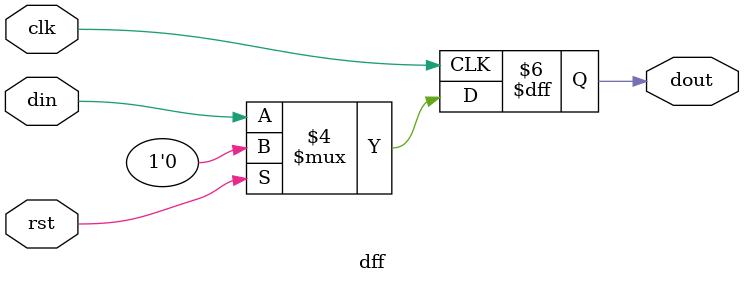
<source format=v>
module dff(clk,rst,din,dout);
 input clk,rst;
 input  din;
 output reg dout;
 
 //behaviroal modelling
 //we use procedural blocks
 //always , initial
 //always - design initial - tb
 
 /*
 1. synchronous : they are always dependent only on clock.
 2. asynchrnous : they are dependent either clock or any other signal
 */
 
 //sync dff
 //rst 1 active high reset
 //rst 0 active low reset
 always @(posedge clk)
 begin
  if(rst==1) dout<=0; //<= NBA 
  else       dout<=din;
 
 end
 



endmodule 

</source>
